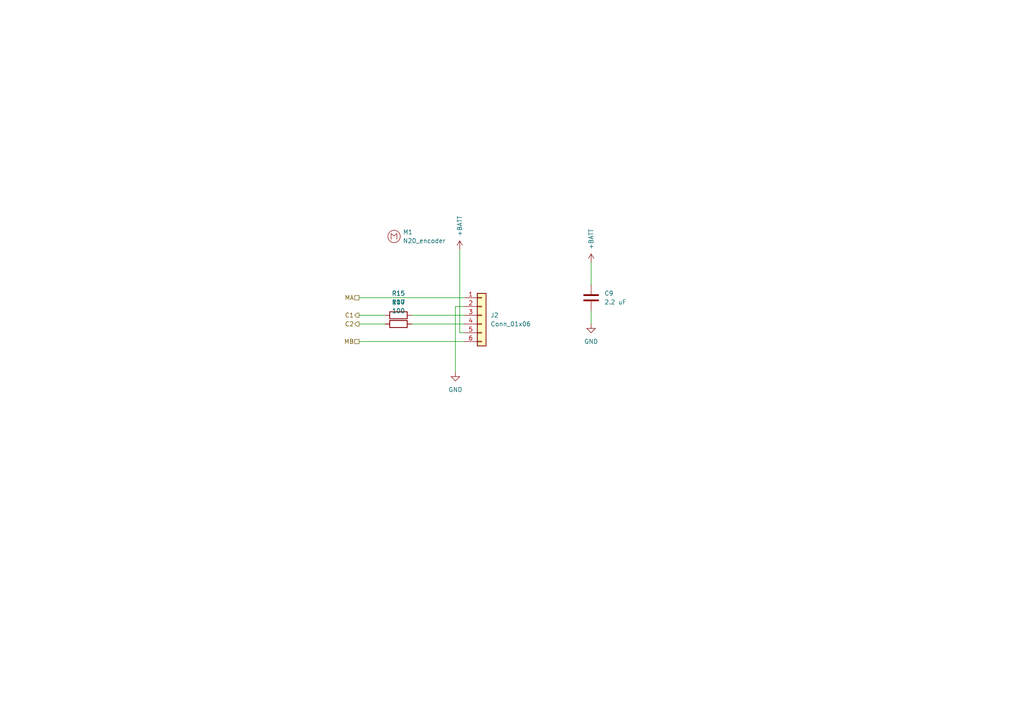
<source format=kicad_sch>
(kicad_sch (version 20230121) (generator eeschema)
  (paper "A4")
  (lib_symbols
    (symbol "Connector_Generic:Conn_01x06" (pin_names (offset 1.016) hide)
      (property "Reference" "J" (at 0 7.62 0))
      (property "Value" "Conn_01x06" (at 0 -10.16 0))
      (symbol "Conn_01x06_1_1"
        (rectangle (start -1.27 -7.493) (end 0 -7.747) (stroke (width 0.1524)))
        (rectangle (start -1.27 -4.953) (end 0 -5.207) (stroke (width 0.1524)))
        (rectangle (start -1.27 -2.413) (end 0 -2.667) (stroke (width 0.1524)))
        (rectangle (start -1.27 0.127) (end 0 -0.127) (stroke (width 0.1524)))
        (rectangle (start -1.27 2.667) (end 0 2.413) (stroke (width 0.1524)))
        (rectangle (start -1.27 5.207) (end 0 4.953) (stroke (width 0.1524)))
        (rectangle (start -1.27 6.35) (end 1.27 -8.89) (stroke (width 0.254)) (fill (type background)))
        (pin passive line (at -5.08 5.08 0) (length 3.81) (name "Pin_1") (number "1"))
        (pin passive line (at -5.08 2.54 0) (length 3.81) (name "Pin_2") (number "2"))
        (pin passive line (at -5.08 0 0) (length 3.81) (name "Pin_3") (number "3"))
        (pin passive line (at -5.08 -2.54 0) (length 3.81) (name "Pin_4") (number "4"))
        (pin passive line (at -5.08 -5.08 0) (length 3.81) (name "Pin_5") (number "5"))
        (pin passive line (at -5.08 -7.62 0) (length 3.81) (name "Pin_6") (number "6"))
      )
    )
    (symbol "Device:C" (pin_numbers hide) (pin_names (offset 0.254))
      (property "Reference" "C" (at 0.635 2.54 0))
      (property "Value" "C" (at 0.635 -2.54 0))
      (symbol "C_0_1"
        (polyline (pts (xy -2.032 -0.762) (xy 2.032 -0.762)) (stroke (width 0.508)))
        (polyline (pts (xy -2.032 0.762) (xy 2.032 0.762)) (stroke (width 0.508)))
      )
      (symbol "C_1_1"
        (pin passive line (at 0 3.81 270) (length 2.794) (name "~") (number "1"))
        (pin passive line (at 0 -3.81 90) (length 2.794) (name "~") (number "2"))
      )
    )
    (symbol "Device:R" (pin_numbers hide) (pin_names (offset 0))
      (property "Reference" "R" (at 2.032 0 90))
      (property "Value" "R" (at 0 0 90))
      (symbol "R_0_1"
        (rectangle (start -1.016 -2.54) (end 1.016 2.54) (stroke (width 0.254)))
      )
      (symbol "R_1_1"
        (pin passive line (at 0 3.81 270) (length 1.27) (name "~") (number "1"))
        (pin passive line (at 0 -3.81 90) (length 1.27) (name "~") (number "2"))
      )
    )
    (symbol "minimouse:N20_w_encoder"
      (property "Reference" "M" (at -8.89 1.27 0))
      (property "Value" "N20_encoder" (at 0 -2.54 0))
      (symbol "N20_w_encoder_0_1"
        (polyline (pts (xy -0.8636 -0.8128) (xy -0.8636 0.8636) (xy 0 0.1524) (xy 0.8128 0.8636) (xy 0.8128 -0.8128)))
        (circle (center 0 0) (radius 1.7961))
      )
    )
    (symbol "power:+BATT" (power) (pin_names (offset 0))
      (property "Value" "+BATT" (at 0 3.556 0))
      (symbol "+BATT_0_1"
        (polyline (pts (xy -0.762 1.27) (xy 0 2.54)))
        (polyline (pts (xy 0 0) (xy 0 2.54)))
        (polyline (pts (xy 0 2.54) (xy 0.762 1.27)))
      )
      (symbol "+BATT_1_1"
        (pin power_in line (at 0 0 90) (length 0) hide (name "+BATT") (number "1"))
      )
    )
    (symbol "power:GND" (power) (pin_names (offset 0))
      (property "Value" "GND" (at 0 -3.81 0))
      (symbol "GND_0_1"
        (polyline (pts (xy 0 0) (xy 0 -1.27) (xy 1.27 -1.27) (xy 0 -2.54) (xy -1.27 -1.27) (xy 0 -1.27)))
      )
      (symbol "GND_1_1"
        (pin power_in line (at 0 0 270) (length 0) hide (name "GND") (number "1"))
      )
    )
  )
  (wire (pts (xy 133.35 96.52) (xy 134.62 96.52)))
  (wire (pts (xy 133.35 72.39) (xy 133.35 96.52)))
  (wire (pts (xy 104.14 99.06) (xy 134.62 99.06)))
  (wire (pts (xy 119.38 93.98) (xy 134.62 93.98)))
  (wire (pts (xy 104.14 93.98) (xy 111.76 93.98)))
  (wire (pts (xy 171.45 90.17) (xy 171.45 93.98)))
  (wire (pts (xy 132.08 107.95) (xy 132.08 88.9)))
  (wire (pts (xy 171.45 76.2) (xy 171.45 82.55)))
  (wire (pts (xy 119.38 91.44) (xy 134.62 91.44)))
  (wire (pts (xy 104.14 91.44) (xy 111.76 91.44)))
  (wire (pts (xy 132.08 88.9) (xy 134.62 88.9)))
  (wire (pts (xy 104.14 86.36) (xy 134.62 86.36)))
  (hierarchical_label "C1" (shape output) (at 104.14 91.44 180))
  (hierarchical_label "C2" (shape output) (at 104.14 93.98 180))
  (hierarchical_label "MB" (shape passive) (at 104.14 99.06 180))
  (hierarchical_label "MA" (shape passive) (at 104.14 86.36 180))
  (symbol (lib_id "power:+BATT") (at 171.45 76.2 0) (unit 1)
    (property "Reference" "#PWR029" (effects hide))
    (property "Value" "+BATT" (at 171.45 72.39 90) (effects (justify left)))
    (instances (project "minimouse" (path "" (reference "#PWR029") (unit 1)) (path "" (reference "#PWR030") (unit 1))))
  )
  (symbol (lib_id "Device:R") (at 115.57 91.44 270) (unit 1)
    (property "Reference" "R15" (at 115.57 85.09 90))
    (property "Value" "100" (at 115.57 87.63 90))
    (property "Footprint" "Resistor_SMD:R_0603_1608Metric" (effects hide))
    (instances (project "minimouse" (path "" (reference "R15") (unit 1)) (path "" (reference "R16") (unit 1))))
  )
  (symbol (lib_id "Device:C") (at 171.45 86.36 0) (unit 1)
    (property "Reference" "C9" (at 175.26 85.09 0) (effects (justify left)))
    (property "Value" "2.2 uF" (at 175.26 87.63 0) (effects (justify left)))
    (property "Footprint" "Capacitor_SMD:C_0603_1608Metric" (effects hide))
    (instances (project "minimouse" (path "" (reference "C9") (unit 1)) (path "" (reference "C7") (unit 1))))
  )
  (symbol (lib_id "power:+BATT") (at 133.35 72.39 0) (unit 1)
    (property "Reference" "#PWR018" (effects hide))
    (property "Value" "+BATT" (at 133.35 68.58 90) (effects (justify left)))
    (instances (project "minimouse" (path "" (reference "#PWR018") (unit 1)) (path "" (reference "#PWR019") (unit 1))))
  )
  (symbol (lib_id "minimouse:N20_w_encoder") (at 114.3 68.58 0) (unit 1)
    (property "Reference" "M1" (at 116.84 67.31 0) (effects (justify left)))
    (property "Value" "N20_encoder" (at 116.84 69.85 0) (effects (justify left)))
    (property "Footprint" "minimouse:N20_with_encoder" (effects hide))
    (instances (project "minimouse" (path "" (reference "M1") (unit 1)) (path "" (reference "M2") (unit 1))))
  )
  (symbol (lib_id "Connector_Generic:Conn_01x06") (at 139.7 91.44 0) (unit 1)
    (property "Reference" "J2" (at 142.24 91.44 0) (effects (justify left)))
    (property "Value" "Conn_01x06" (at 142.24 93.98 0) (effects (justify left)))
    (property "Footprint" "Connector_PinHeader_2.54mm:PinHeader_1x06_P2.54mm_Vertical" (effects hide))
    (instances (project "minimouse" (path "" (reference "J2") (unit 1)) (path "" (reference "J3") (unit 1))))
  )
  (symbol (lib_id "power:GND") (at 171.45 93.98 0) (unit 1)
    (property "Reference" "#PWR027" (effects hide))
    (property "Value" "GND" (at 171.45 99.06 0))
    (instances (project "minimouse" (path "" (reference "#PWR027") (unit 1)) (path "" (reference "#PWR028") (unit 1))))
  )
  (symbol (lib_id "Device:R") (at 115.57 93.98 270) (unit 1)
    (property "Reference" "R17" (at 115.57 87.63 90))
    (property "Value" "100" (at 115.57 90.17 90))
    (property "Footprint" "Resistor_SMD:R_0603_1608Metric" (effects hide))
    (instances (project "minimouse" (path "" (reference "R17") (unit 1)) (path "" (reference "R18") (unit 1))))
  )
  (symbol (lib_id "power:GND") (at 132.08 107.95 0) (unit 1)
    (property "Reference" "#PWR020" (effects hide))
    (property "Value" "GND" (at 132.08 113.03 0))
    (instances (project "minimouse" (path "" (reference "#PWR020") (unit 1)) (path "" (reference "#PWR021") (unit 1))))
  )
)
</source>
